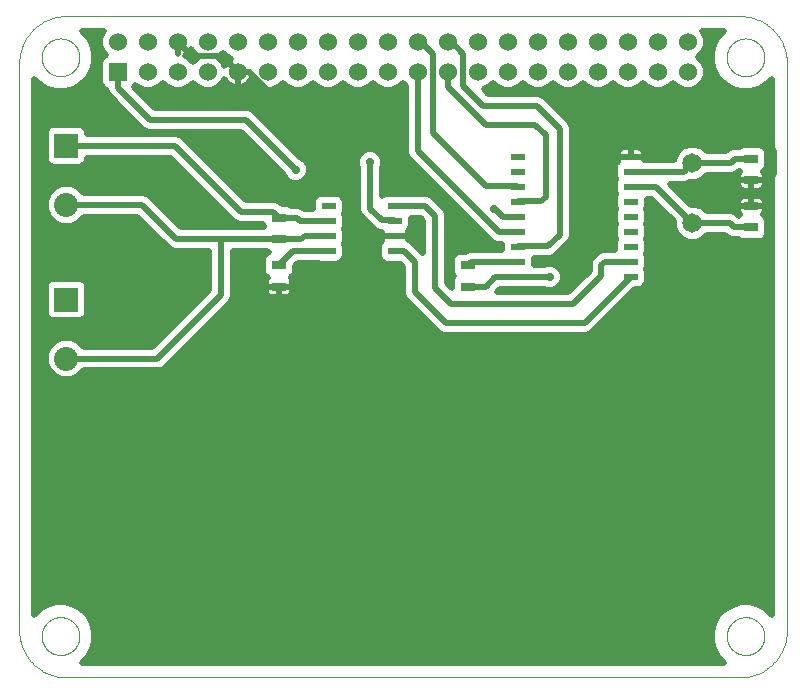
<source format=gtl>
G75*
%MOIN*%
%OFA0B0*%
%FSLAX25Y25*%
%IPPOS*%
%LPD*%
%AMOC8*
5,1,8,0,0,1.08239X$1,22.5*
%
%ADD10C,0.00000*%
%ADD11R,0.04724X0.03150*%
%ADD12R,0.08000X0.08000*%
%ADD13C,0.08000*%
%ADD14R,0.06000X0.06000*%
%ADD15C,0.06000*%
%ADD16R,0.04724X0.02362*%
%ADD17C,0.06500*%
%ADD18C,0.02781*%
%ADD19C,0.01969*%
D10*
X0020748Y0005000D02*
X0245157Y0005000D01*
X0240827Y0018780D02*
X0240829Y0018938D01*
X0240835Y0019096D01*
X0240845Y0019254D01*
X0240859Y0019412D01*
X0240877Y0019569D01*
X0240898Y0019726D01*
X0240924Y0019882D01*
X0240954Y0020038D01*
X0240987Y0020193D01*
X0241025Y0020346D01*
X0241066Y0020499D01*
X0241111Y0020651D01*
X0241160Y0020802D01*
X0241213Y0020951D01*
X0241269Y0021099D01*
X0241329Y0021245D01*
X0241393Y0021390D01*
X0241461Y0021533D01*
X0241532Y0021675D01*
X0241606Y0021815D01*
X0241684Y0021952D01*
X0241766Y0022088D01*
X0241850Y0022222D01*
X0241939Y0022353D01*
X0242030Y0022482D01*
X0242125Y0022609D01*
X0242222Y0022734D01*
X0242323Y0022856D01*
X0242427Y0022975D01*
X0242534Y0023092D01*
X0242644Y0023206D01*
X0242757Y0023317D01*
X0242872Y0023426D01*
X0242990Y0023531D01*
X0243111Y0023633D01*
X0243234Y0023733D01*
X0243360Y0023829D01*
X0243488Y0023922D01*
X0243618Y0024012D01*
X0243751Y0024098D01*
X0243886Y0024182D01*
X0244022Y0024261D01*
X0244161Y0024338D01*
X0244302Y0024410D01*
X0244444Y0024480D01*
X0244588Y0024545D01*
X0244734Y0024607D01*
X0244881Y0024665D01*
X0245030Y0024720D01*
X0245180Y0024771D01*
X0245331Y0024818D01*
X0245483Y0024861D01*
X0245636Y0024900D01*
X0245791Y0024936D01*
X0245946Y0024967D01*
X0246102Y0024995D01*
X0246258Y0025019D01*
X0246415Y0025039D01*
X0246573Y0025055D01*
X0246730Y0025067D01*
X0246889Y0025075D01*
X0247047Y0025079D01*
X0247205Y0025079D01*
X0247363Y0025075D01*
X0247522Y0025067D01*
X0247679Y0025055D01*
X0247837Y0025039D01*
X0247994Y0025019D01*
X0248150Y0024995D01*
X0248306Y0024967D01*
X0248461Y0024936D01*
X0248616Y0024900D01*
X0248769Y0024861D01*
X0248921Y0024818D01*
X0249072Y0024771D01*
X0249222Y0024720D01*
X0249371Y0024665D01*
X0249518Y0024607D01*
X0249664Y0024545D01*
X0249808Y0024480D01*
X0249950Y0024410D01*
X0250091Y0024338D01*
X0250230Y0024261D01*
X0250366Y0024182D01*
X0250501Y0024098D01*
X0250634Y0024012D01*
X0250764Y0023922D01*
X0250892Y0023829D01*
X0251018Y0023733D01*
X0251141Y0023633D01*
X0251262Y0023531D01*
X0251380Y0023426D01*
X0251495Y0023317D01*
X0251608Y0023206D01*
X0251718Y0023092D01*
X0251825Y0022975D01*
X0251929Y0022856D01*
X0252030Y0022734D01*
X0252127Y0022609D01*
X0252222Y0022482D01*
X0252313Y0022353D01*
X0252402Y0022222D01*
X0252486Y0022088D01*
X0252568Y0021952D01*
X0252646Y0021815D01*
X0252720Y0021675D01*
X0252791Y0021533D01*
X0252859Y0021390D01*
X0252923Y0021245D01*
X0252983Y0021099D01*
X0253039Y0020951D01*
X0253092Y0020802D01*
X0253141Y0020651D01*
X0253186Y0020499D01*
X0253227Y0020346D01*
X0253265Y0020193D01*
X0253298Y0020038D01*
X0253328Y0019882D01*
X0253354Y0019726D01*
X0253375Y0019569D01*
X0253393Y0019412D01*
X0253407Y0019254D01*
X0253417Y0019096D01*
X0253423Y0018938D01*
X0253425Y0018780D01*
X0253423Y0018622D01*
X0253417Y0018464D01*
X0253407Y0018306D01*
X0253393Y0018148D01*
X0253375Y0017991D01*
X0253354Y0017834D01*
X0253328Y0017678D01*
X0253298Y0017522D01*
X0253265Y0017367D01*
X0253227Y0017214D01*
X0253186Y0017061D01*
X0253141Y0016909D01*
X0253092Y0016758D01*
X0253039Y0016609D01*
X0252983Y0016461D01*
X0252923Y0016315D01*
X0252859Y0016170D01*
X0252791Y0016027D01*
X0252720Y0015885D01*
X0252646Y0015745D01*
X0252568Y0015608D01*
X0252486Y0015472D01*
X0252402Y0015338D01*
X0252313Y0015207D01*
X0252222Y0015078D01*
X0252127Y0014951D01*
X0252030Y0014826D01*
X0251929Y0014704D01*
X0251825Y0014585D01*
X0251718Y0014468D01*
X0251608Y0014354D01*
X0251495Y0014243D01*
X0251380Y0014134D01*
X0251262Y0014029D01*
X0251141Y0013927D01*
X0251018Y0013827D01*
X0250892Y0013731D01*
X0250764Y0013638D01*
X0250634Y0013548D01*
X0250501Y0013462D01*
X0250366Y0013378D01*
X0250230Y0013299D01*
X0250091Y0013222D01*
X0249950Y0013150D01*
X0249808Y0013080D01*
X0249664Y0013015D01*
X0249518Y0012953D01*
X0249371Y0012895D01*
X0249222Y0012840D01*
X0249072Y0012789D01*
X0248921Y0012742D01*
X0248769Y0012699D01*
X0248616Y0012660D01*
X0248461Y0012624D01*
X0248306Y0012593D01*
X0248150Y0012565D01*
X0247994Y0012541D01*
X0247837Y0012521D01*
X0247679Y0012505D01*
X0247522Y0012493D01*
X0247363Y0012485D01*
X0247205Y0012481D01*
X0247047Y0012481D01*
X0246889Y0012485D01*
X0246730Y0012493D01*
X0246573Y0012505D01*
X0246415Y0012521D01*
X0246258Y0012541D01*
X0246102Y0012565D01*
X0245946Y0012593D01*
X0245791Y0012624D01*
X0245636Y0012660D01*
X0245483Y0012699D01*
X0245331Y0012742D01*
X0245180Y0012789D01*
X0245030Y0012840D01*
X0244881Y0012895D01*
X0244734Y0012953D01*
X0244588Y0013015D01*
X0244444Y0013080D01*
X0244302Y0013150D01*
X0244161Y0013222D01*
X0244022Y0013299D01*
X0243886Y0013378D01*
X0243751Y0013462D01*
X0243618Y0013548D01*
X0243488Y0013638D01*
X0243360Y0013731D01*
X0243234Y0013827D01*
X0243111Y0013927D01*
X0242990Y0014029D01*
X0242872Y0014134D01*
X0242757Y0014243D01*
X0242644Y0014354D01*
X0242534Y0014468D01*
X0242427Y0014585D01*
X0242323Y0014704D01*
X0242222Y0014826D01*
X0242125Y0014951D01*
X0242030Y0015078D01*
X0241939Y0015207D01*
X0241850Y0015338D01*
X0241766Y0015472D01*
X0241684Y0015608D01*
X0241606Y0015745D01*
X0241532Y0015885D01*
X0241461Y0016027D01*
X0241393Y0016170D01*
X0241329Y0016315D01*
X0241269Y0016461D01*
X0241213Y0016609D01*
X0241160Y0016758D01*
X0241111Y0016909D01*
X0241066Y0017061D01*
X0241025Y0017214D01*
X0240987Y0017367D01*
X0240954Y0017522D01*
X0240924Y0017678D01*
X0240898Y0017834D01*
X0240877Y0017991D01*
X0240859Y0018148D01*
X0240845Y0018306D01*
X0240835Y0018464D01*
X0240829Y0018622D01*
X0240827Y0018780D01*
X0245157Y0005000D02*
X0245538Y0005005D01*
X0245918Y0005018D01*
X0246298Y0005041D01*
X0246677Y0005074D01*
X0247055Y0005115D01*
X0247432Y0005165D01*
X0247808Y0005225D01*
X0248183Y0005293D01*
X0248555Y0005371D01*
X0248926Y0005458D01*
X0249294Y0005553D01*
X0249660Y0005658D01*
X0250023Y0005771D01*
X0250384Y0005893D01*
X0250741Y0006023D01*
X0251095Y0006163D01*
X0251446Y0006310D01*
X0251793Y0006467D01*
X0252136Y0006631D01*
X0252475Y0006804D01*
X0252810Y0006985D01*
X0253141Y0007174D01*
X0253466Y0007371D01*
X0253787Y0007575D01*
X0254103Y0007788D01*
X0254413Y0008008D01*
X0254719Y0008235D01*
X0255018Y0008470D01*
X0255312Y0008712D01*
X0255600Y0008960D01*
X0255882Y0009216D01*
X0256157Y0009479D01*
X0256426Y0009748D01*
X0256689Y0010023D01*
X0256945Y0010305D01*
X0257193Y0010593D01*
X0257435Y0010887D01*
X0257670Y0011186D01*
X0257897Y0011492D01*
X0258117Y0011802D01*
X0258330Y0012118D01*
X0258534Y0012439D01*
X0258731Y0012764D01*
X0258920Y0013095D01*
X0259101Y0013430D01*
X0259274Y0013769D01*
X0259438Y0014112D01*
X0259595Y0014459D01*
X0259742Y0014810D01*
X0259882Y0015164D01*
X0260012Y0015521D01*
X0260134Y0015882D01*
X0260247Y0016245D01*
X0260352Y0016611D01*
X0260447Y0016979D01*
X0260534Y0017350D01*
X0260612Y0017722D01*
X0260680Y0018097D01*
X0260740Y0018473D01*
X0260790Y0018850D01*
X0260831Y0019228D01*
X0260864Y0019607D01*
X0260887Y0019987D01*
X0260900Y0020367D01*
X0260905Y0020748D01*
X0260906Y0020748D02*
X0260906Y0209724D01*
X0240827Y0211693D02*
X0240829Y0211851D01*
X0240835Y0212009D01*
X0240845Y0212167D01*
X0240859Y0212325D01*
X0240877Y0212482D01*
X0240898Y0212639D01*
X0240924Y0212795D01*
X0240954Y0212951D01*
X0240987Y0213106D01*
X0241025Y0213259D01*
X0241066Y0213412D01*
X0241111Y0213564D01*
X0241160Y0213715D01*
X0241213Y0213864D01*
X0241269Y0214012D01*
X0241329Y0214158D01*
X0241393Y0214303D01*
X0241461Y0214446D01*
X0241532Y0214588D01*
X0241606Y0214728D01*
X0241684Y0214865D01*
X0241766Y0215001D01*
X0241850Y0215135D01*
X0241939Y0215266D01*
X0242030Y0215395D01*
X0242125Y0215522D01*
X0242222Y0215647D01*
X0242323Y0215769D01*
X0242427Y0215888D01*
X0242534Y0216005D01*
X0242644Y0216119D01*
X0242757Y0216230D01*
X0242872Y0216339D01*
X0242990Y0216444D01*
X0243111Y0216546D01*
X0243234Y0216646D01*
X0243360Y0216742D01*
X0243488Y0216835D01*
X0243618Y0216925D01*
X0243751Y0217011D01*
X0243886Y0217095D01*
X0244022Y0217174D01*
X0244161Y0217251D01*
X0244302Y0217323D01*
X0244444Y0217393D01*
X0244588Y0217458D01*
X0244734Y0217520D01*
X0244881Y0217578D01*
X0245030Y0217633D01*
X0245180Y0217684D01*
X0245331Y0217731D01*
X0245483Y0217774D01*
X0245636Y0217813D01*
X0245791Y0217849D01*
X0245946Y0217880D01*
X0246102Y0217908D01*
X0246258Y0217932D01*
X0246415Y0217952D01*
X0246573Y0217968D01*
X0246730Y0217980D01*
X0246889Y0217988D01*
X0247047Y0217992D01*
X0247205Y0217992D01*
X0247363Y0217988D01*
X0247522Y0217980D01*
X0247679Y0217968D01*
X0247837Y0217952D01*
X0247994Y0217932D01*
X0248150Y0217908D01*
X0248306Y0217880D01*
X0248461Y0217849D01*
X0248616Y0217813D01*
X0248769Y0217774D01*
X0248921Y0217731D01*
X0249072Y0217684D01*
X0249222Y0217633D01*
X0249371Y0217578D01*
X0249518Y0217520D01*
X0249664Y0217458D01*
X0249808Y0217393D01*
X0249950Y0217323D01*
X0250091Y0217251D01*
X0250230Y0217174D01*
X0250366Y0217095D01*
X0250501Y0217011D01*
X0250634Y0216925D01*
X0250764Y0216835D01*
X0250892Y0216742D01*
X0251018Y0216646D01*
X0251141Y0216546D01*
X0251262Y0216444D01*
X0251380Y0216339D01*
X0251495Y0216230D01*
X0251608Y0216119D01*
X0251718Y0216005D01*
X0251825Y0215888D01*
X0251929Y0215769D01*
X0252030Y0215647D01*
X0252127Y0215522D01*
X0252222Y0215395D01*
X0252313Y0215266D01*
X0252402Y0215135D01*
X0252486Y0215001D01*
X0252568Y0214865D01*
X0252646Y0214728D01*
X0252720Y0214588D01*
X0252791Y0214446D01*
X0252859Y0214303D01*
X0252923Y0214158D01*
X0252983Y0214012D01*
X0253039Y0213864D01*
X0253092Y0213715D01*
X0253141Y0213564D01*
X0253186Y0213412D01*
X0253227Y0213259D01*
X0253265Y0213106D01*
X0253298Y0212951D01*
X0253328Y0212795D01*
X0253354Y0212639D01*
X0253375Y0212482D01*
X0253393Y0212325D01*
X0253407Y0212167D01*
X0253417Y0212009D01*
X0253423Y0211851D01*
X0253425Y0211693D01*
X0253423Y0211535D01*
X0253417Y0211377D01*
X0253407Y0211219D01*
X0253393Y0211061D01*
X0253375Y0210904D01*
X0253354Y0210747D01*
X0253328Y0210591D01*
X0253298Y0210435D01*
X0253265Y0210280D01*
X0253227Y0210127D01*
X0253186Y0209974D01*
X0253141Y0209822D01*
X0253092Y0209671D01*
X0253039Y0209522D01*
X0252983Y0209374D01*
X0252923Y0209228D01*
X0252859Y0209083D01*
X0252791Y0208940D01*
X0252720Y0208798D01*
X0252646Y0208658D01*
X0252568Y0208521D01*
X0252486Y0208385D01*
X0252402Y0208251D01*
X0252313Y0208120D01*
X0252222Y0207991D01*
X0252127Y0207864D01*
X0252030Y0207739D01*
X0251929Y0207617D01*
X0251825Y0207498D01*
X0251718Y0207381D01*
X0251608Y0207267D01*
X0251495Y0207156D01*
X0251380Y0207047D01*
X0251262Y0206942D01*
X0251141Y0206840D01*
X0251018Y0206740D01*
X0250892Y0206644D01*
X0250764Y0206551D01*
X0250634Y0206461D01*
X0250501Y0206375D01*
X0250366Y0206291D01*
X0250230Y0206212D01*
X0250091Y0206135D01*
X0249950Y0206063D01*
X0249808Y0205993D01*
X0249664Y0205928D01*
X0249518Y0205866D01*
X0249371Y0205808D01*
X0249222Y0205753D01*
X0249072Y0205702D01*
X0248921Y0205655D01*
X0248769Y0205612D01*
X0248616Y0205573D01*
X0248461Y0205537D01*
X0248306Y0205506D01*
X0248150Y0205478D01*
X0247994Y0205454D01*
X0247837Y0205434D01*
X0247679Y0205418D01*
X0247522Y0205406D01*
X0247363Y0205398D01*
X0247205Y0205394D01*
X0247047Y0205394D01*
X0246889Y0205398D01*
X0246730Y0205406D01*
X0246573Y0205418D01*
X0246415Y0205434D01*
X0246258Y0205454D01*
X0246102Y0205478D01*
X0245946Y0205506D01*
X0245791Y0205537D01*
X0245636Y0205573D01*
X0245483Y0205612D01*
X0245331Y0205655D01*
X0245180Y0205702D01*
X0245030Y0205753D01*
X0244881Y0205808D01*
X0244734Y0205866D01*
X0244588Y0205928D01*
X0244444Y0205993D01*
X0244302Y0206063D01*
X0244161Y0206135D01*
X0244022Y0206212D01*
X0243886Y0206291D01*
X0243751Y0206375D01*
X0243618Y0206461D01*
X0243488Y0206551D01*
X0243360Y0206644D01*
X0243234Y0206740D01*
X0243111Y0206840D01*
X0242990Y0206942D01*
X0242872Y0207047D01*
X0242757Y0207156D01*
X0242644Y0207267D01*
X0242534Y0207381D01*
X0242427Y0207498D01*
X0242323Y0207617D01*
X0242222Y0207739D01*
X0242125Y0207864D01*
X0242030Y0207991D01*
X0241939Y0208120D01*
X0241850Y0208251D01*
X0241766Y0208385D01*
X0241684Y0208521D01*
X0241606Y0208658D01*
X0241532Y0208798D01*
X0241461Y0208940D01*
X0241393Y0209083D01*
X0241329Y0209228D01*
X0241269Y0209374D01*
X0241213Y0209522D01*
X0241160Y0209671D01*
X0241111Y0209822D01*
X0241066Y0209974D01*
X0241025Y0210127D01*
X0240987Y0210280D01*
X0240954Y0210435D01*
X0240924Y0210591D01*
X0240898Y0210747D01*
X0240877Y0210904D01*
X0240859Y0211061D01*
X0240845Y0211219D01*
X0240835Y0211377D01*
X0240829Y0211535D01*
X0240827Y0211693D01*
X0245157Y0225472D02*
X0245538Y0225467D01*
X0245918Y0225454D01*
X0246298Y0225431D01*
X0246677Y0225398D01*
X0247055Y0225357D01*
X0247432Y0225307D01*
X0247808Y0225247D01*
X0248183Y0225179D01*
X0248555Y0225101D01*
X0248926Y0225014D01*
X0249294Y0224919D01*
X0249660Y0224814D01*
X0250023Y0224701D01*
X0250384Y0224579D01*
X0250741Y0224449D01*
X0251095Y0224309D01*
X0251446Y0224162D01*
X0251793Y0224005D01*
X0252136Y0223841D01*
X0252475Y0223668D01*
X0252810Y0223487D01*
X0253141Y0223298D01*
X0253466Y0223101D01*
X0253787Y0222897D01*
X0254103Y0222684D01*
X0254413Y0222464D01*
X0254719Y0222237D01*
X0255018Y0222002D01*
X0255312Y0221760D01*
X0255600Y0221512D01*
X0255882Y0221256D01*
X0256157Y0220993D01*
X0256426Y0220724D01*
X0256689Y0220449D01*
X0256945Y0220167D01*
X0257193Y0219879D01*
X0257435Y0219585D01*
X0257670Y0219286D01*
X0257897Y0218980D01*
X0258117Y0218670D01*
X0258330Y0218354D01*
X0258534Y0218033D01*
X0258731Y0217708D01*
X0258920Y0217377D01*
X0259101Y0217042D01*
X0259274Y0216703D01*
X0259438Y0216360D01*
X0259595Y0216013D01*
X0259742Y0215662D01*
X0259882Y0215308D01*
X0260012Y0214951D01*
X0260134Y0214590D01*
X0260247Y0214227D01*
X0260352Y0213861D01*
X0260447Y0213493D01*
X0260534Y0213122D01*
X0260612Y0212750D01*
X0260680Y0212375D01*
X0260740Y0211999D01*
X0260790Y0211622D01*
X0260831Y0211244D01*
X0260864Y0210865D01*
X0260887Y0210485D01*
X0260900Y0210105D01*
X0260905Y0209724D01*
X0245157Y0225472D02*
X0020748Y0225472D01*
X0012481Y0211693D02*
X0012483Y0211851D01*
X0012489Y0212009D01*
X0012499Y0212167D01*
X0012513Y0212325D01*
X0012531Y0212482D01*
X0012552Y0212639D01*
X0012578Y0212795D01*
X0012608Y0212951D01*
X0012641Y0213106D01*
X0012679Y0213259D01*
X0012720Y0213412D01*
X0012765Y0213564D01*
X0012814Y0213715D01*
X0012867Y0213864D01*
X0012923Y0214012D01*
X0012983Y0214158D01*
X0013047Y0214303D01*
X0013115Y0214446D01*
X0013186Y0214588D01*
X0013260Y0214728D01*
X0013338Y0214865D01*
X0013420Y0215001D01*
X0013504Y0215135D01*
X0013593Y0215266D01*
X0013684Y0215395D01*
X0013779Y0215522D01*
X0013876Y0215647D01*
X0013977Y0215769D01*
X0014081Y0215888D01*
X0014188Y0216005D01*
X0014298Y0216119D01*
X0014411Y0216230D01*
X0014526Y0216339D01*
X0014644Y0216444D01*
X0014765Y0216546D01*
X0014888Y0216646D01*
X0015014Y0216742D01*
X0015142Y0216835D01*
X0015272Y0216925D01*
X0015405Y0217011D01*
X0015540Y0217095D01*
X0015676Y0217174D01*
X0015815Y0217251D01*
X0015956Y0217323D01*
X0016098Y0217393D01*
X0016242Y0217458D01*
X0016388Y0217520D01*
X0016535Y0217578D01*
X0016684Y0217633D01*
X0016834Y0217684D01*
X0016985Y0217731D01*
X0017137Y0217774D01*
X0017290Y0217813D01*
X0017445Y0217849D01*
X0017600Y0217880D01*
X0017756Y0217908D01*
X0017912Y0217932D01*
X0018069Y0217952D01*
X0018227Y0217968D01*
X0018384Y0217980D01*
X0018543Y0217988D01*
X0018701Y0217992D01*
X0018859Y0217992D01*
X0019017Y0217988D01*
X0019176Y0217980D01*
X0019333Y0217968D01*
X0019491Y0217952D01*
X0019648Y0217932D01*
X0019804Y0217908D01*
X0019960Y0217880D01*
X0020115Y0217849D01*
X0020270Y0217813D01*
X0020423Y0217774D01*
X0020575Y0217731D01*
X0020726Y0217684D01*
X0020876Y0217633D01*
X0021025Y0217578D01*
X0021172Y0217520D01*
X0021318Y0217458D01*
X0021462Y0217393D01*
X0021604Y0217323D01*
X0021745Y0217251D01*
X0021884Y0217174D01*
X0022020Y0217095D01*
X0022155Y0217011D01*
X0022288Y0216925D01*
X0022418Y0216835D01*
X0022546Y0216742D01*
X0022672Y0216646D01*
X0022795Y0216546D01*
X0022916Y0216444D01*
X0023034Y0216339D01*
X0023149Y0216230D01*
X0023262Y0216119D01*
X0023372Y0216005D01*
X0023479Y0215888D01*
X0023583Y0215769D01*
X0023684Y0215647D01*
X0023781Y0215522D01*
X0023876Y0215395D01*
X0023967Y0215266D01*
X0024056Y0215135D01*
X0024140Y0215001D01*
X0024222Y0214865D01*
X0024300Y0214728D01*
X0024374Y0214588D01*
X0024445Y0214446D01*
X0024513Y0214303D01*
X0024577Y0214158D01*
X0024637Y0214012D01*
X0024693Y0213864D01*
X0024746Y0213715D01*
X0024795Y0213564D01*
X0024840Y0213412D01*
X0024881Y0213259D01*
X0024919Y0213106D01*
X0024952Y0212951D01*
X0024982Y0212795D01*
X0025008Y0212639D01*
X0025029Y0212482D01*
X0025047Y0212325D01*
X0025061Y0212167D01*
X0025071Y0212009D01*
X0025077Y0211851D01*
X0025079Y0211693D01*
X0025077Y0211535D01*
X0025071Y0211377D01*
X0025061Y0211219D01*
X0025047Y0211061D01*
X0025029Y0210904D01*
X0025008Y0210747D01*
X0024982Y0210591D01*
X0024952Y0210435D01*
X0024919Y0210280D01*
X0024881Y0210127D01*
X0024840Y0209974D01*
X0024795Y0209822D01*
X0024746Y0209671D01*
X0024693Y0209522D01*
X0024637Y0209374D01*
X0024577Y0209228D01*
X0024513Y0209083D01*
X0024445Y0208940D01*
X0024374Y0208798D01*
X0024300Y0208658D01*
X0024222Y0208521D01*
X0024140Y0208385D01*
X0024056Y0208251D01*
X0023967Y0208120D01*
X0023876Y0207991D01*
X0023781Y0207864D01*
X0023684Y0207739D01*
X0023583Y0207617D01*
X0023479Y0207498D01*
X0023372Y0207381D01*
X0023262Y0207267D01*
X0023149Y0207156D01*
X0023034Y0207047D01*
X0022916Y0206942D01*
X0022795Y0206840D01*
X0022672Y0206740D01*
X0022546Y0206644D01*
X0022418Y0206551D01*
X0022288Y0206461D01*
X0022155Y0206375D01*
X0022020Y0206291D01*
X0021884Y0206212D01*
X0021745Y0206135D01*
X0021604Y0206063D01*
X0021462Y0205993D01*
X0021318Y0205928D01*
X0021172Y0205866D01*
X0021025Y0205808D01*
X0020876Y0205753D01*
X0020726Y0205702D01*
X0020575Y0205655D01*
X0020423Y0205612D01*
X0020270Y0205573D01*
X0020115Y0205537D01*
X0019960Y0205506D01*
X0019804Y0205478D01*
X0019648Y0205454D01*
X0019491Y0205434D01*
X0019333Y0205418D01*
X0019176Y0205406D01*
X0019017Y0205398D01*
X0018859Y0205394D01*
X0018701Y0205394D01*
X0018543Y0205398D01*
X0018384Y0205406D01*
X0018227Y0205418D01*
X0018069Y0205434D01*
X0017912Y0205454D01*
X0017756Y0205478D01*
X0017600Y0205506D01*
X0017445Y0205537D01*
X0017290Y0205573D01*
X0017137Y0205612D01*
X0016985Y0205655D01*
X0016834Y0205702D01*
X0016684Y0205753D01*
X0016535Y0205808D01*
X0016388Y0205866D01*
X0016242Y0205928D01*
X0016098Y0205993D01*
X0015956Y0206063D01*
X0015815Y0206135D01*
X0015676Y0206212D01*
X0015540Y0206291D01*
X0015405Y0206375D01*
X0015272Y0206461D01*
X0015142Y0206551D01*
X0015014Y0206644D01*
X0014888Y0206740D01*
X0014765Y0206840D01*
X0014644Y0206942D01*
X0014526Y0207047D01*
X0014411Y0207156D01*
X0014298Y0207267D01*
X0014188Y0207381D01*
X0014081Y0207498D01*
X0013977Y0207617D01*
X0013876Y0207739D01*
X0013779Y0207864D01*
X0013684Y0207991D01*
X0013593Y0208120D01*
X0013504Y0208251D01*
X0013420Y0208385D01*
X0013338Y0208521D01*
X0013260Y0208658D01*
X0013186Y0208798D01*
X0013115Y0208940D01*
X0013047Y0209083D01*
X0012983Y0209228D01*
X0012923Y0209374D01*
X0012867Y0209522D01*
X0012814Y0209671D01*
X0012765Y0209822D01*
X0012720Y0209974D01*
X0012679Y0210127D01*
X0012641Y0210280D01*
X0012608Y0210435D01*
X0012578Y0210591D01*
X0012552Y0210747D01*
X0012531Y0210904D01*
X0012513Y0211061D01*
X0012499Y0211219D01*
X0012489Y0211377D01*
X0012483Y0211535D01*
X0012481Y0211693D01*
X0005000Y0209724D02*
X0005000Y0020748D01*
X0012481Y0018780D02*
X0012483Y0018938D01*
X0012489Y0019096D01*
X0012499Y0019254D01*
X0012513Y0019412D01*
X0012531Y0019569D01*
X0012552Y0019726D01*
X0012578Y0019882D01*
X0012608Y0020038D01*
X0012641Y0020193D01*
X0012679Y0020346D01*
X0012720Y0020499D01*
X0012765Y0020651D01*
X0012814Y0020802D01*
X0012867Y0020951D01*
X0012923Y0021099D01*
X0012983Y0021245D01*
X0013047Y0021390D01*
X0013115Y0021533D01*
X0013186Y0021675D01*
X0013260Y0021815D01*
X0013338Y0021952D01*
X0013420Y0022088D01*
X0013504Y0022222D01*
X0013593Y0022353D01*
X0013684Y0022482D01*
X0013779Y0022609D01*
X0013876Y0022734D01*
X0013977Y0022856D01*
X0014081Y0022975D01*
X0014188Y0023092D01*
X0014298Y0023206D01*
X0014411Y0023317D01*
X0014526Y0023426D01*
X0014644Y0023531D01*
X0014765Y0023633D01*
X0014888Y0023733D01*
X0015014Y0023829D01*
X0015142Y0023922D01*
X0015272Y0024012D01*
X0015405Y0024098D01*
X0015540Y0024182D01*
X0015676Y0024261D01*
X0015815Y0024338D01*
X0015956Y0024410D01*
X0016098Y0024480D01*
X0016242Y0024545D01*
X0016388Y0024607D01*
X0016535Y0024665D01*
X0016684Y0024720D01*
X0016834Y0024771D01*
X0016985Y0024818D01*
X0017137Y0024861D01*
X0017290Y0024900D01*
X0017445Y0024936D01*
X0017600Y0024967D01*
X0017756Y0024995D01*
X0017912Y0025019D01*
X0018069Y0025039D01*
X0018227Y0025055D01*
X0018384Y0025067D01*
X0018543Y0025075D01*
X0018701Y0025079D01*
X0018859Y0025079D01*
X0019017Y0025075D01*
X0019176Y0025067D01*
X0019333Y0025055D01*
X0019491Y0025039D01*
X0019648Y0025019D01*
X0019804Y0024995D01*
X0019960Y0024967D01*
X0020115Y0024936D01*
X0020270Y0024900D01*
X0020423Y0024861D01*
X0020575Y0024818D01*
X0020726Y0024771D01*
X0020876Y0024720D01*
X0021025Y0024665D01*
X0021172Y0024607D01*
X0021318Y0024545D01*
X0021462Y0024480D01*
X0021604Y0024410D01*
X0021745Y0024338D01*
X0021884Y0024261D01*
X0022020Y0024182D01*
X0022155Y0024098D01*
X0022288Y0024012D01*
X0022418Y0023922D01*
X0022546Y0023829D01*
X0022672Y0023733D01*
X0022795Y0023633D01*
X0022916Y0023531D01*
X0023034Y0023426D01*
X0023149Y0023317D01*
X0023262Y0023206D01*
X0023372Y0023092D01*
X0023479Y0022975D01*
X0023583Y0022856D01*
X0023684Y0022734D01*
X0023781Y0022609D01*
X0023876Y0022482D01*
X0023967Y0022353D01*
X0024056Y0022222D01*
X0024140Y0022088D01*
X0024222Y0021952D01*
X0024300Y0021815D01*
X0024374Y0021675D01*
X0024445Y0021533D01*
X0024513Y0021390D01*
X0024577Y0021245D01*
X0024637Y0021099D01*
X0024693Y0020951D01*
X0024746Y0020802D01*
X0024795Y0020651D01*
X0024840Y0020499D01*
X0024881Y0020346D01*
X0024919Y0020193D01*
X0024952Y0020038D01*
X0024982Y0019882D01*
X0025008Y0019726D01*
X0025029Y0019569D01*
X0025047Y0019412D01*
X0025061Y0019254D01*
X0025071Y0019096D01*
X0025077Y0018938D01*
X0025079Y0018780D01*
X0025077Y0018622D01*
X0025071Y0018464D01*
X0025061Y0018306D01*
X0025047Y0018148D01*
X0025029Y0017991D01*
X0025008Y0017834D01*
X0024982Y0017678D01*
X0024952Y0017522D01*
X0024919Y0017367D01*
X0024881Y0017214D01*
X0024840Y0017061D01*
X0024795Y0016909D01*
X0024746Y0016758D01*
X0024693Y0016609D01*
X0024637Y0016461D01*
X0024577Y0016315D01*
X0024513Y0016170D01*
X0024445Y0016027D01*
X0024374Y0015885D01*
X0024300Y0015745D01*
X0024222Y0015608D01*
X0024140Y0015472D01*
X0024056Y0015338D01*
X0023967Y0015207D01*
X0023876Y0015078D01*
X0023781Y0014951D01*
X0023684Y0014826D01*
X0023583Y0014704D01*
X0023479Y0014585D01*
X0023372Y0014468D01*
X0023262Y0014354D01*
X0023149Y0014243D01*
X0023034Y0014134D01*
X0022916Y0014029D01*
X0022795Y0013927D01*
X0022672Y0013827D01*
X0022546Y0013731D01*
X0022418Y0013638D01*
X0022288Y0013548D01*
X0022155Y0013462D01*
X0022020Y0013378D01*
X0021884Y0013299D01*
X0021745Y0013222D01*
X0021604Y0013150D01*
X0021462Y0013080D01*
X0021318Y0013015D01*
X0021172Y0012953D01*
X0021025Y0012895D01*
X0020876Y0012840D01*
X0020726Y0012789D01*
X0020575Y0012742D01*
X0020423Y0012699D01*
X0020270Y0012660D01*
X0020115Y0012624D01*
X0019960Y0012593D01*
X0019804Y0012565D01*
X0019648Y0012541D01*
X0019491Y0012521D01*
X0019333Y0012505D01*
X0019176Y0012493D01*
X0019017Y0012485D01*
X0018859Y0012481D01*
X0018701Y0012481D01*
X0018543Y0012485D01*
X0018384Y0012493D01*
X0018227Y0012505D01*
X0018069Y0012521D01*
X0017912Y0012541D01*
X0017756Y0012565D01*
X0017600Y0012593D01*
X0017445Y0012624D01*
X0017290Y0012660D01*
X0017137Y0012699D01*
X0016985Y0012742D01*
X0016834Y0012789D01*
X0016684Y0012840D01*
X0016535Y0012895D01*
X0016388Y0012953D01*
X0016242Y0013015D01*
X0016098Y0013080D01*
X0015956Y0013150D01*
X0015815Y0013222D01*
X0015676Y0013299D01*
X0015540Y0013378D01*
X0015405Y0013462D01*
X0015272Y0013548D01*
X0015142Y0013638D01*
X0015014Y0013731D01*
X0014888Y0013827D01*
X0014765Y0013927D01*
X0014644Y0014029D01*
X0014526Y0014134D01*
X0014411Y0014243D01*
X0014298Y0014354D01*
X0014188Y0014468D01*
X0014081Y0014585D01*
X0013977Y0014704D01*
X0013876Y0014826D01*
X0013779Y0014951D01*
X0013684Y0015078D01*
X0013593Y0015207D01*
X0013504Y0015338D01*
X0013420Y0015472D01*
X0013338Y0015608D01*
X0013260Y0015745D01*
X0013186Y0015885D01*
X0013115Y0016027D01*
X0013047Y0016170D01*
X0012983Y0016315D01*
X0012923Y0016461D01*
X0012867Y0016609D01*
X0012814Y0016758D01*
X0012765Y0016909D01*
X0012720Y0017061D01*
X0012679Y0017214D01*
X0012641Y0017367D01*
X0012608Y0017522D01*
X0012578Y0017678D01*
X0012552Y0017834D01*
X0012531Y0017991D01*
X0012513Y0018148D01*
X0012499Y0018306D01*
X0012489Y0018464D01*
X0012483Y0018622D01*
X0012481Y0018780D01*
X0005000Y0020748D02*
X0005005Y0020367D01*
X0005018Y0019987D01*
X0005041Y0019607D01*
X0005074Y0019228D01*
X0005115Y0018850D01*
X0005165Y0018473D01*
X0005225Y0018097D01*
X0005293Y0017722D01*
X0005371Y0017350D01*
X0005458Y0016979D01*
X0005553Y0016611D01*
X0005658Y0016245D01*
X0005771Y0015882D01*
X0005893Y0015521D01*
X0006023Y0015164D01*
X0006163Y0014810D01*
X0006310Y0014459D01*
X0006467Y0014112D01*
X0006631Y0013769D01*
X0006804Y0013430D01*
X0006985Y0013095D01*
X0007174Y0012764D01*
X0007371Y0012439D01*
X0007575Y0012118D01*
X0007788Y0011802D01*
X0008008Y0011492D01*
X0008235Y0011186D01*
X0008470Y0010887D01*
X0008712Y0010593D01*
X0008960Y0010305D01*
X0009216Y0010023D01*
X0009479Y0009748D01*
X0009748Y0009479D01*
X0010023Y0009216D01*
X0010305Y0008960D01*
X0010593Y0008712D01*
X0010887Y0008470D01*
X0011186Y0008235D01*
X0011492Y0008008D01*
X0011802Y0007788D01*
X0012118Y0007575D01*
X0012439Y0007371D01*
X0012764Y0007174D01*
X0013095Y0006985D01*
X0013430Y0006804D01*
X0013769Y0006631D01*
X0014112Y0006467D01*
X0014459Y0006310D01*
X0014810Y0006163D01*
X0015164Y0006023D01*
X0015521Y0005893D01*
X0015882Y0005771D01*
X0016245Y0005658D01*
X0016611Y0005553D01*
X0016979Y0005458D01*
X0017350Y0005371D01*
X0017722Y0005293D01*
X0018097Y0005225D01*
X0018473Y0005165D01*
X0018850Y0005115D01*
X0019228Y0005074D01*
X0019607Y0005041D01*
X0019987Y0005018D01*
X0020367Y0005005D01*
X0020748Y0005000D01*
X0005000Y0209724D02*
X0005005Y0210105D01*
X0005018Y0210485D01*
X0005041Y0210865D01*
X0005074Y0211244D01*
X0005115Y0211622D01*
X0005165Y0211999D01*
X0005225Y0212375D01*
X0005293Y0212750D01*
X0005371Y0213122D01*
X0005458Y0213493D01*
X0005553Y0213861D01*
X0005658Y0214227D01*
X0005771Y0214590D01*
X0005893Y0214951D01*
X0006023Y0215308D01*
X0006163Y0215662D01*
X0006310Y0216013D01*
X0006467Y0216360D01*
X0006631Y0216703D01*
X0006804Y0217042D01*
X0006985Y0217377D01*
X0007174Y0217708D01*
X0007371Y0218033D01*
X0007575Y0218354D01*
X0007788Y0218670D01*
X0008008Y0218980D01*
X0008235Y0219286D01*
X0008470Y0219585D01*
X0008712Y0219879D01*
X0008960Y0220167D01*
X0009216Y0220449D01*
X0009479Y0220724D01*
X0009748Y0220993D01*
X0010023Y0221256D01*
X0010305Y0221512D01*
X0010593Y0221760D01*
X0010887Y0222002D01*
X0011186Y0222237D01*
X0011492Y0222464D01*
X0011802Y0222684D01*
X0012118Y0222897D01*
X0012439Y0223101D01*
X0012764Y0223298D01*
X0013095Y0223487D01*
X0013430Y0223668D01*
X0013769Y0223841D01*
X0014112Y0224005D01*
X0014459Y0224162D01*
X0014810Y0224309D01*
X0015164Y0224449D01*
X0015521Y0224579D01*
X0015882Y0224701D01*
X0016245Y0224814D01*
X0016611Y0224919D01*
X0016979Y0225014D01*
X0017350Y0225101D01*
X0017722Y0225179D01*
X0018097Y0225247D01*
X0018473Y0225307D01*
X0018850Y0225357D01*
X0019228Y0225398D01*
X0019607Y0225431D01*
X0019987Y0225454D01*
X0020367Y0225467D01*
X0020748Y0225472D01*
D11*
X0091614Y0158150D03*
X0091614Y0151063D03*
X0091614Y0142402D03*
X0091614Y0135315D03*
X0154606Y0135315D03*
X0154606Y0142402D03*
X0249094Y0155000D03*
X0249094Y0162087D03*
X0249094Y0170748D03*
X0249094Y0177835D03*
D12*
X0020748Y0182165D03*
X0020748Y0130984D03*
D13*
X0020748Y0111299D03*
X0020748Y0162480D03*
D14*
X0037953Y0206693D03*
D15*
X0047900Y0206700D03*
X0057900Y0206700D03*
X0067900Y0206700D03*
X0077900Y0206700D03*
X0087900Y0206700D03*
X0097900Y0206700D03*
X0107900Y0206700D03*
X0117900Y0206700D03*
X0127900Y0206700D03*
X0137900Y0206700D03*
X0147900Y0206700D03*
X0157900Y0206700D03*
X0167900Y0206700D03*
X0177900Y0206700D03*
X0187900Y0206700D03*
X0197900Y0206700D03*
X0207900Y0206700D03*
X0217900Y0206700D03*
X0227900Y0206700D03*
X0227900Y0216700D03*
X0217900Y0216700D03*
X0207900Y0216700D03*
X0197900Y0216700D03*
X0187900Y0216700D03*
X0177900Y0216700D03*
X0167900Y0216700D03*
X0157900Y0216700D03*
X0147900Y0216700D03*
X0137900Y0216700D03*
X0127900Y0216700D03*
X0117900Y0216700D03*
X0107900Y0216700D03*
X0097900Y0216700D03*
X0087900Y0216700D03*
X0077900Y0216700D03*
X0067900Y0216700D03*
X0057900Y0216700D03*
X0047900Y0216700D03*
X0037900Y0216700D03*
D16*
X0108150Y0162106D03*
X0108150Y0157106D03*
X0108150Y0152106D03*
X0108150Y0147106D03*
X0130197Y0147106D03*
X0130197Y0152106D03*
X0130197Y0157106D03*
X0130197Y0162106D03*
X0171189Y0163543D03*
X0171189Y0158543D03*
X0171189Y0153543D03*
X0171189Y0148543D03*
X0171189Y0143543D03*
X0171189Y0138543D03*
X0171189Y0168543D03*
X0171189Y0173543D03*
X0171189Y0178543D03*
X0208889Y0178543D03*
X0208889Y0173543D03*
X0208889Y0168543D03*
X0208889Y0163543D03*
X0208889Y0158543D03*
X0208889Y0153543D03*
X0208889Y0148543D03*
X0208889Y0143543D03*
X0208889Y0138543D03*
D17*
X0229409Y0156417D03*
X0229409Y0176417D03*
D18*
X0233346Y0166417D03*
X0241220Y0166417D03*
X0237283Y0190039D03*
X0237283Y0197913D03*
X0249094Y0197913D03*
X0249094Y0190039D03*
X0225472Y0190039D03*
X0225472Y0197913D03*
X0213661Y0197913D03*
X0213661Y0190039D03*
X0201850Y0190039D03*
X0201850Y0182165D03*
X0193976Y0182165D03*
X0193976Y0174291D03*
X0201850Y0174291D03*
X0194764Y0159331D03*
X0201850Y0158543D03*
X0217598Y0138858D03*
X0233346Y0138858D03*
X0249094Y0138858D03*
X0249094Y0123110D03*
X0233346Y0123110D03*
X0217598Y0123110D03*
X0181772Y0138465D03*
X0163268Y0161299D03*
X0136890Y0154213D03*
X0121929Y0176654D03*
X0130984Y0178228D03*
X0123110Y0186102D03*
X0115236Y0193976D03*
X0099488Y0182165D03*
X0091614Y0190039D03*
X0097126Y0174291D03*
X0087677Y0166417D03*
X0079803Y0174291D03*
X0071929Y0182165D03*
X0056181Y0170354D03*
X0064055Y0162480D03*
X0107362Y0174291D03*
X0103425Y0111299D03*
X0091614Y0111299D03*
X0079803Y0111299D03*
X0079803Y0091614D03*
X0091614Y0091614D03*
X0103425Y0091614D03*
X0119173Y0091614D03*
X0134921Y0091614D03*
X0154606Y0091614D03*
X0154606Y0111299D03*
X0134921Y0111299D03*
X0119173Y0111299D03*
X0174291Y0111299D03*
X0174291Y0091614D03*
X0201850Y0197913D03*
X0028622Y0197913D03*
X0020748Y0197913D03*
D19*
X0020265Y0200409D02*
X0017294Y0200409D01*
X0014424Y0201178D01*
X0011851Y0202664D01*
X0009984Y0204531D01*
X0009984Y0025941D01*
X0011851Y0027809D01*
X0014424Y0029294D01*
X0017294Y0030063D01*
X0020265Y0030063D01*
X0023135Y0029294D01*
X0025708Y0027809D01*
X0027809Y0025708D01*
X0029294Y0023135D01*
X0030063Y0020265D01*
X0030063Y0017294D01*
X0029294Y0014424D01*
X0027809Y0011851D01*
X0025941Y0009984D01*
X0239964Y0009984D01*
X0238097Y0011851D01*
X0236611Y0014424D01*
X0235843Y0017294D01*
X0235843Y0020265D01*
X0236611Y0023135D01*
X0238097Y0025708D01*
X0240198Y0027809D01*
X0242771Y0029294D01*
X0245640Y0030063D01*
X0248611Y0030063D01*
X0251481Y0029294D01*
X0254054Y0027809D01*
X0255921Y0025941D01*
X0255921Y0204531D01*
X0254054Y0202664D01*
X0251481Y0201178D01*
X0248611Y0200409D01*
X0245640Y0200409D01*
X0242771Y0201178D01*
X0240198Y0202664D01*
X0238097Y0204765D01*
X0236611Y0207338D01*
X0235843Y0210207D01*
X0235843Y0213178D01*
X0236611Y0216048D01*
X0238097Y0218621D01*
X0239964Y0220488D01*
X0232530Y0220488D01*
X0232946Y0220072D01*
X0233853Y0217884D01*
X0233853Y0215516D01*
X0232946Y0213328D01*
X0231318Y0211700D01*
X0232946Y0210072D01*
X0233853Y0207884D01*
X0233853Y0205516D01*
X0232946Y0203328D01*
X0231272Y0201653D01*
X0229084Y0200747D01*
X0226716Y0200747D01*
X0224528Y0201653D01*
X0222900Y0203282D01*
X0221272Y0201653D01*
X0219084Y0200747D01*
X0216716Y0200747D01*
X0214528Y0201653D01*
X0212900Y0203282D01*
X0211272Y0201653D01*
X0209084Y0200747D01*
X0206716Y0200747D01*
X0204528Y0201653D01*
X0202900Y0203282D01*
X0201272Y0201653D01*
X0199084Y0200747D01*
X0196716Y0200747D01*
X0194528Y0201653D01*
X0192900Y0203282D01*
X0191272Y0201653D01*
X0189084Y0200747D01*
X0186716Y0200747D01*
X0184528Y0201653D01*
X0182900Y0203282D01*
X0181272Y0201653D01*
X0179084Y0200747D01*
X0176716Y0200747D01*
X0174528Y0201653D01*
X0172900Y0203282D01*
X0171272Y0201653D01*
X0169084Y0200747D01*
X0166716Y0200747D01*
X0164528Y0201653D01*
X0162900Y0203282D01*
X0161272Y0201653D01*
X0159800Y0201044D01*
X0161355Y0199488D01*
X0178224Y0199488D01*
X0179671Y0198889D01*
X0180779Y0197781D01*
X0180779Y0197781D01*
X0187545Y0191015D01*
X0187545Y0191015D01*
X0188653Y0189907D01*
X0189252Y0188460D01*
X0189252Y0151855D01*
X0188653Y0150408D01*
X0184716Y0146471D01*
X0184716Y0146471D01*
X0183608Y0145363D01*
X0182161Y0144764D01*
X0176504Y0144764D01*
X0176504Y0142402D01*
X0179927Y0142402D01*
X0180908Y0142808D01*
X0182636Y0142808D01*
X0184232Y0142147D01*
X0185454Y0140925D01*
X0186115Y0139329D01*
X0186115Y0137601D01*
X0185454Y0136004D01*
X0184232Y0134782D01*
X0182636Y0134121D01*
X0180908Y0134121D01*
X0179927Y0134528D01*
X0174424Y0134528D01*
X0174139Y0134409D01*
X0168240Y0134409D01*
X0167765Y0134606D01*
X0165371Y0134606D01*
X0164111Y0133346D01*
X0188015Y0133346D01*
X0195157Y0140489D01*
X0195157Y0143185D01*
X0195757Y0144632D01*
X0196938Y0145813D01*
X0198045Y0146920D01*
X0199492Y0147520D01*
X0203574Y0147520D01*
X0203574Y0150312D01*
X0203877Y0151043D01*
X0203574Y0151775D01*
X0203574Y0155312D01*
X0203877Y0156043D01*
X0203574Y0156775D01*
X0203574Y0160312D01*
X0203877Y0161043D01*
X0203574Y0161775D01*
X0203574Y0165312D01*
X0203877Y0166043D01*
X0203574Y0166775D01*
X0203574Y0170312D01*
X0203877Y0171043D01*
X0203574Y0171775D01*
X0203574Y0175312D01*
X0204024Y0176397D01*
X0204582Y0176955D01*
X0204543Y0177101D01*
X0204543Y0178543D01*
X0208889Y0178543D01*
X0208889Y0178543D01*
X0204543Y0178543D01*
X0204543Y0179986D01*
X0204678Y0180490D01*
X0204939Y0180943D01*
X0205309Y0181312D01*
X0205761Y0181573D01*
X0206266Y0181709D01*
X0208889Y0181709D01*
X0208889Y0178543D01*
X0208811Y0178622D01*
X0203031Y0178622D01*
X0194764Y0170354D01*
X0194764Y0159331D01*
X0189252Y0158427D02*
X0203574Y0158427D01*
X0203609Y0160394D02*
X0189252Y0160394D01*
X0189252Y0162361D02*
X0203574Y0162361D01*
X0203574Y0164328D02*
X0189252Y0164328D01*
X0189252Y0166295D02*
X0203773Y0166295D01*
X0203574Y0168262D02*
X0189252Y0168262D01*
X0189252Y0170229D02*
X0203574Y0170229D01*
X0203574Y0172196D02*
X0189252Y0172196D01*
X0189252Y0174163D02*
X0203574Y0174163D01*
X0203913Y0176130D02*
X0189252Y0176130D01*
X0189252Y0178097D02*
X0204543Y0178097D01*
X0204564Y0180064D02*
X0189252Y0180064D01*
X0189252Y0182031D02*
X0226754Y0182031D01*
X0225896Y0181676D02*
X0228176Y0182620D01*
X0230643Y0182620D01*
X0232923Y0181676D01*
X0234244Y0180354D01*
X0240535Y0180354D01*
X0241353Y0181172D01*
X0242800Y0181772D01*
X0244919Y0181772D01*
X0245060Y0181913D01*
X0246145Y0182362D01*
X0252044Y0182362D01*
X0253129Y0181913D01*
X0253960Y0181082D01*
X0254409Y0179997D01*
X0254409Y0175672D01*
X0253960Y0174587D01*
X0253129Y0173757D01*
X0252917Y0173669D01*
X0253044Y0173541D01*
X0253306Y0173089D01*
X0253441Y0172584D01*
X0253441Y0170748D01*
X0249095Y0170748D01*
X0253441Y0170748D01*
X0253441Y0168912D01*
X0253306Y0168407D01*
X0253044Y0167955D01*
X0252675Y0167585D01*
X0252223Y0167324D01*
X0251718Y0167189D01*
X0249095Y0167189D01*
X0249095Y0170748D01*
X0249095Y0170748D01*
X0249094Y0170748D01*
X0244748Y0170748D01*
X0244748Y0168912D01*
X0244883Y0168407D01*
X0245144Y0167955D01*
X0245514Y0167585D01*
X0245966Y0167324D01*
X0246471Y0167189D01*
X0249094Y0167189D01*
X0249094Y0170748D01*
X0249094Y0170748D01*
X0244748Y0170748D01*
X0244748Y0172584D01*
X0244883Y0173089D01*
X0245144Y0173541D01*
X0245272Y0173669D01*
X0245069Y0173753D01*
X0244395Y0173080D01*
X0242948Y0172480D01*
X0234244Y0172480D01*
X0232923Y0171159D01*
X0230643Y0170215D01*
X0228774Y0170215D01*
X0228766Y0170206D01*
X0227319Y0169606D01*
X0221788Y0169606D01*
X0228774Y0162620D01*
X0230643Y0162620D01*
X0232923Y0161676D01*
X0234244Y0160354D01*
X0242555Y0160354D01*
X0244002Y0159755D01*
X0244820Y0158937D01*
X0244919Y0158937D01*
X0245060Y0159078D01*
X0245272Y0159166D01*
X0245144Y0159293D01*
X0244883Y0159746D01*
X0244748Y0160251D01*
X0244748Y0162087D01*
X0244748Y0163923D01*
X0244883Y0164427D01*
X0245144Y0164880D01*
X0245514Y0165249D01*
X0245966Y0165510D01*
X0246471Y0165646D01*
X0249094Y0165646D01*
X0249094Y0162087D01*
X0249095Y0162087D01*
X0253441Y0162087D01*
X0253441Y0163923D01*
X0253306Y0164427D01*
X0253044Y0164880D01*
X0252675Y0165249D01*
X0252223Y0165510D01*
X0251718Y0165646D01*
X0249095Y0165646D01*
X0249095Y0162087D01*
X0249095Y0162087D01*
X0253441Y0162087D01*
X0253441Y0160251D01*
X0253306Y0159746D01*
X0253044Y0159293D01*
X0252917Y0159166D01*
X0253129Y0159078D01*
X0253960Y0158247D01*
X0254409Y0157162D01*
X0254409Y0152838D01*
X0253960Y0151753D01*
X0253129Y0150922D01*
X0252044Y0150472D01*
X0246145Y0150472D01*
X0245060Y0150922D01*
X0244919Y0151063D01*
X0242406Y0151063D01*
X0240959Y0151662D01*
X0240141Y0152480D01*
X0234244Y0152480D01*
X0232923Y0151159D01*
X0230643Y0150215D01*
X0228176Y0150215D01*
X0225896Y0151159D01*
X0224151Y0152904D01*
X0223207Y0155184D01*
X0223207Y0157052D01*
X0215653Y0164606D01*
X0214204Y0164606D01*
X0214204Y0161775D01*
X0213901Y0161043D01*
X0214204Y0160312D01*
X0214204Y0156775D01*
X0213901Y0156043D01*
X0214204Y0155312D01*
X0214204Y0151775D01*
X0213901Y0151043D01*
X0214204Y0150312D01*
X0214204Y0146775D01*
X0213901Y0146043D01*
X0214204Y0145312D01*
X0214204Y0141775D01*
X0213901Y0141043D01*
X0214204Y0140312D01*
X0214204Y0136775D01*
X0213755Y0135690D01*
X0212924Y0134859D01*
X0211839Y0134409D01*
X0210323Y0134409D01*
X0195686Y0119773D01*
X0194239Y0119173D01*
X0146343Y0119173D01*
X0144896Y0119773D01*
X0143788Y0120880D01*
X0133552Y0131116D01*
X0132953Y0132563D01*
X0132953Y0141952D01*
X0131932Y0142972D01*
X0127247Y0142972D01*
X0126162Y0143422D01*
X0125331Y0144253D01*
X0124882Y0145338D01*
X0124882Y0148875D01*
X0125331Y0149960D01*
X0125889Y0150518D01*
X0125850Y0150664D01*
X0125850Y0152106D01*
X0130197Y0152106D01*
X0130197Y0152106D01*
X0134543Y0152106D01*
X0134543Y0150880D01*
X0135596Y0150444D01*
X0139120Y0146920D01*
X0139646Y0146395D01*
X0139646Y0157306D01*
X0138783Y0158169D01*
X0135512Y0158169D01*
X0135512Y0155338D01*
X0135062Y0154253D01*
X0134504Y0153695D01*
X0134543Y0153549D01*
X0134543Y0152106D01*
X0130197Y0152106D01*
X0134783Y0152106D01*
X0136890Y0154213D01*
X0135162Y0154493D02*
X0139646Y0154493D01*
X0139646Y0152526D02*
X0134543Y0152526D01*
X0135318Y0150559D02*
X0139646Y0150559D01*
X0139646Y0148592D02*
X0137448Y0148592D01*
X0139415Y0146625D02*
X0139646Y0146625D01*
X0136890Y0143583D02*
X0136890Y0133346D01*
X0147126Y0123110D01*
X0193456Y0123110D01*
X0208889Y0138543D01*
X0212837Y0134823D02*
X0255921Y0134823D01*
X0255921Y0132856D02*
X0208770Y0132856D01*
X0206803Y0130889D02*
X0255921Y0130889D01*
X0255921Y0128922D02*
X0204836Y0128922D01*
X0202869Y0126955D02*
X0255921Y0126955D01*
X0255921Y0124988D02*
X0200902Y0124988D01*
X0198935Y0123021D02*
X0255921Y0123021D01*
X0255921Y0121054D02*
X0196968Y0121054D01*
X0189646Y0129409D02*
X0199094Y0138858D01*
X0199094Y0142402D01*
X0200276Y0143583D01*
X0208850Y0143583D01*
X0208889Y0143543D01*
X0214204Y0142691D02*
X0255921Y0142691D01*
X0255921Y0140724D02*
X0214034Y0140724D01*
X0214204Y0138757D02*
X0255921Y0138757D01*
X0255921Y0136790D02*
X0214204Y0136790D01*
X0214204Y0144658D02*
X0255921Y0144658D01*
X0255921Y0146625D02*
X0214142Y0146625D01*
X0214204Y0148592D02*
X0255921Y0148592D01*
X0255921Y0150559D02*
X0252253Y0150559D01*
X0254280Y0152526D02*
X0255921Y0152526D01*
X0255921Y0154493D02*
X0254409Y0154493D01*
X0254409Y0156460D02*
X0255921Y0156460D01*
X0255921Y0158427D02*
X0253780Y0158427D01*
X0253441Y0160394D02*
X0255921Y0160394D01*
X0255921Y0162361D02*
X0253441Y0162361D01*
X0253332Y0164328D02*
X0255921Y0164328D01*
X0255921Y0166295D02*
X0225099Y0166295D01*
X0223132Y0168262D02*
X0244967Y0168262D01*
X0244748Y0170229D02*
X0230679Y0170229D01*
X0233960Y0172196D02*
X0244748Y0172196D01*
X0249094Y0170748D02*
X0254606Y0170748D01*
X0256575Y0172717D01*
X0256575Y0180591D01*
X0251457Y0185709D01*
X0223504Y0185709D01*
X0216339Y0178543D01*
X0208889Y0178543D01*
X0208889Y0178543D01*
X0208889Y0178543D01*
X0213236Y0178543D01*
X0213236Y0177480D01*
X0223207Y0177480D01*
X0223207Y0177651D01*
X0224151Y0179931D01*
X0225896Y0181676D01*
X0224284Y0180064D02*
X0213215Y0180064D01*
X0213236Y0179986D02*
X0213101Y0180490D01*
X0212839Y0180943D01*
X0212470Y0181312D01*
X0212017Y0181573D01*
X0211513Y0181709D01*
X0208889Y0181709D01*
X0208889Y0178543D01*
X0213236Y0178543D01*
X0213236Y0179986D01*
X0213236Y0178097D02*
X0223392Y0178097D01*
X0226535Y0173543D02*
X0229409Y0176417D01*
X0242165Y0176417D01*
X0243583Y0177835D01*
X0249094Y0177835D01*
X0254409Y0178097D02*
X0255921Y0178097D01*
X0255921Y0176130D02*
X0254409Y0176130D01*
X0253536Y0174163D02*
X0255921Y0174163D01*
X0255921Y0172196D02*
X0253441Y0172196D01*
X0253441Y0170229D02*
X0255921Y0170229D01*
X0255921Y0168262D02*
X0253222Y0168262D01*
X0249095Y0168262D02*
X0249094Y0168262D01*
X0249094Y0170229D02*
X0249095Y0170229D01*
X0249094Y0170748D02*
X0249094Y0162087D01*
X0249094Y0162087D01*
X0244748Y0162087D01*
X0249094Y0162087D01*
X0249094Y0162361D02*
X0249095Y0162361D01*
X0249094Y0164328D02*
X0249095Y0164328D01*
X0244857Y0164328D02*
X0227066Y0164328D01*
X0231268Y0162361D02*
X0244748Y0162361D01*
X0244748Y0160394D02*
X0234205Y0160394D01*
X0229409Y0156417D02*
X0241772Y0156417D01*
X0243189Y0155000D01*
X0249094Y0155000D01*
X0245936Y0150559D02*
X0231475Y0150559D01*
X0227344Y0150559D02*
X0214102Y0150559D01*
X0214204Y0152526D02*
X0224529Y0152526D01*
X0223493Y0154493D02*
X0214204Y0154493D01*
X0214074Y0156460D02*
X0223207Y0156460D01*
X0221832Y0158427D02*
X0214204Y0158427D01*
X0214170Y0160394D02*
X0219865Y0160394D01*
X0217898Y0162361D02*
X0214204Y0162361D01*
X0214204Y0164328D02*
X0215931Y0164328D01*
X0217283Y0168543D02*
X0229409Y0156417D01*
X0217283Y0168543D02*
X0208889Y0168543D01*
X0208889Y0173543D02*
X0226535Y0173543D01*
X0232064Y0182031D02*
X0245346Y0182031D01*
X0252843Y0182031D02*
X0255921Y0182031D01*
X0255921Y0180064D02*
X0254381Y0180064D01*
X0255921Y0183998D02*
X0189252Y0183998D01*
X0189252Y0185965D02*
X0255921Y0185965D01*
X0255921Y0187932D02*
X0189252Y0187932D01*
X0188656Y0189899D02*
X0255921Y0189899D01*
X0255921Y0191866D02*
X0186693Y0191866D01*
X0184726Y0193833D02*
X0255921Y0193833D01*
X0255921Y0195800D02*
X0182759Y0195800D01*
X0180792Y0197767D02*
X0255921Y0197767D01*
X0255921Y0199735D02*
X0161109Y0199735D01*
X0161320Y0201702D02*
X0164480Y0201702D01*
X0171320Y0201702D02*
X0174480Y0201702D01*
X0181320Y0201702D02*
X0184480Y0201702D01*
X0191320Y0201702D02*
X0194480Y0201702D01*
X0201320Y0201702D02*
X0204480Y0201702D01*
X0211320Y0201702D02*
X0214480Y0201702D01*
X0221320Y0201702D02*
X0224480Y0201702D01*
X0231320Y0201702D02*
X0241865Y0201702D01*
X0239193Y0203669D02*
X0233088Y0203669D01*
X0233853Y0205636D02*
X0237594Y0205636D01*
X0236540Y0207603D02*
X0233853Y0207603D01*
X0233155Y0209570D02*
X0236013Y0209570D01*
X0235843Y0211537D02*
X0231482Y0211537D01*
X0233019Y0213504D02*
X0235930Y0213504D01*
X0236457Y0215471D02*
X0233834Y0215471D01*
X0233853Y0217438D02*
X0237414Y0217438D01*
X0238881Y0219405D02*
X0233223Y0219405D01*
X0252387Y0201702D02*
X0255921Y0201702D01*
X0255921Y0203669D02*
X0255059Y0203669D01*
X0208889Y0180064D02*
X0208889Y0180064D01*
X0185315Y0187677D02*
X0185315Y0152638D01*
X0181378Y0148701D01*
X0171347Y0148701D01*
X0171189Y0148543D01*
X0171071Y0153425D02*
X0171189Y0153543D01*
X0171071Y0153425D02*
X0164843Y0153425D01*
X0137900Y0180368D01*
X0137900Y0206700D01*
X0133963Y0202219D02*
X0133963Y0179585D01*
X0134562Y0178138D01*
X0161505Y0151195D01*
X0162612Y0150088D01*
X0164059Y0149488D01*
X0165874Y0149488D01*
X0165874Y0147480D01*
X0154965Y0147480D01*
X0153634Y0146929D01*
X0151657Y0146929D01*
X0150571Y0146480D01*
X0149741Y0145649D01*
X0149291Y0144564D01*
X0149291Y0140239D01*
X0149741Y0139154D01*
X0150037Y0138858D01*
X0149741Y0138562D01*
X0149291Y0137477D01*
X0149291Y0134780D01*
X0147520Y0136552D01*
X0147520Y0159720D01*
X0146920Y0161167D01*
X0145813Y0162275D01*
X0142644Y0165444D01*
X0141197Y0166043D01*
X0133622Y0166043D01*
X0133146Y0166240D01*
X0127247Y0166240D01*
X0126162Y0165791D01*
X0125866Y0165495D01*
X0125866Y0174809D01*
X0126272Y0175790D01*
X0126272Y0177517D01*
X0125611Y0179114D01*
X0124389Y0180336D01*
X0122793Y0180997D01*
X0121065Y0180997D01*
X0119469Y0180336D01*
X0118247Y0179114D01*
X0117586Y0177517D01*
X0117586Y0175790D01*
X0117992Y0174809D01*
X0117992Y0160516D01*
X0118591Y0159069D01*
X0122529Y0155132D01*
X0123636Y0154025D01*
X0125083Y0153425D01*
X0125850Y0153425D01*
X0125850Y0152106D01*
X0130197Y0152106D01*
X0121398Y0152106D01*
X0117598Y0155906D01*
X0117598Y0170748D01*
X0081646Y0206700D01*
X0077900Y0206700D01*
X0072513Y0212087D01*
X0062480Y0212087D01*
X0057900Y0216667D01*
X0057900Y0216700D01*
X0057916Y0216684D02*
X0057916Y0212653D01*
X0057884Y0212653D01*
X0057884Y0216684D01*
X0057916Y0216684D01*
X0057884Y0215471D02*
X0057916Y0215471D01*
X0057884Y0213504D02*
X0057916Y0213504D01*
X0060105Y0212230D02*
X0060512Y0212437D01*
X0061147Y0212898D01*
X0061702Y0213453D01*
X0062163Y0214088D01*
X0062370Y0214495D01*
X0062853Y0213328D01*
X0064482Y0211700D01*
X0062900Y0210118D01*
X0061272Y0211746D01*
X0060105Y0212230D01*
X0061482Y0211537D02*
X0064318Y0211537D01*
X0062781Y0213504D02*
X0061739Y0213504D01*
X0071318Y0211700D02*
X0072946Y0210072D01*
X0073430Y0208905D01*
X0073637Y0209312D01*
X0074098Y0209947D01*
X0074653Y0210502D01*
X0075288Y0210963D01*
X0075695Y0211170D01*
X0074528Y0211653D01*
X0072900Y0213282D01*
X0071318Y0211700D01*
X0071482Y0211537D02*
X0074810Y0211537D01*
X0073824Y0209570D02*
X0073155Y0209570D01*
X0077884Y0206684D02*
X0077916Y0206684D01*
X0081947Y0206684D01*
X0081947Y0206716D01*
X0077916Y0206716D01*
X0077916Y0206684D01*
X0077916Y0201716D01*
X0078292Y0201716D01*
X0079067Y0201838D01*
X0079813Y0202081D01*
X0080512Y0202437D01*
X0081147Y0202898D01*
X0081702Y0203453D01*
X0082163Y0204088D01*
X0082370Y0204495D01*
X0082853Y0203328D01*
X0084528Y0201653D01*
X0086716Y0200747D01*
X0089084Y0200747D01*
X0091272Y0201653D01*
X0092900Y0203282D01*
X0094528Y0201653D01*
X0096716Y0200747D01*
X0099084Y0200747D01*
X0101272Y0201653D01*
X0102900Y0203282D01*
X0104528Y0201653D01*
X0106716Y0200747D01*
X0109084Y0200747D01*
X0111272Y0201653D01*
X0112900Y0203282D01*
X0114528Y0201653D01*
X0116716Y0200747D01*
X0119084Y0200747D01*
X0121272Y0201653D01*
X0122900Y0203282D01*
X0124528Y0201653D01*
X0126716Y0200747D01*
X0129084Y0200747D01*
X0131272Y0201653D01*
X0132900Y0203282D01*
X0133963Y0202219D01*
X0133963Y0201702D02*
X0131320Y0201702D01*
X0133963Y0199735D02*
X0045361Y0199735D01*
X0046716Y0200747D02*
X0044528Y0201653D01*
X0043663Y0202519D01*
X0043456Y0202020D01*
X0043265Y0201830D01*
X0050332Y0194764D01*
X0081374Y0194764D01*
X0082821Y0194164D01*
X0098605Y0178380D01*
X0099586Y0177973D01*
X0100808Y0176752D01*
X0101469Y0175155D01*
X0101469Y0173427D01*
X0100808Y0171831D01*
X0099586Y0170609D01*
X0097990Y0169948D01*
X0096262Y0169948D01*
X0094666Y0170609D01*
X0093444Y0171831D01*
X0093038Y0172812D01*
X0078960Y0186890D01*
X0047918Y0186890D01*
X0046471Y0187489D01*
X0045363Y0188597D01*
X0034615Y0199345D01*
X0034016Y0200792D01*
X0034016Y0200885D01*
X0033280Y0201190D01*
X0032450Y0202020D01*
X0032000Y0203106D01*
X0032000Y0210280D01*
X0032450Y0211366D01*
X0033280Y0212196D01*
X0033779Y0212403D01*
X0032853Y0213328D01*
X0031947Y0215516D01*
X0031947Y0217884D01*
X0032853Y0220072D01*
X0033270Y0220488D01*
X0025941Y0220488D01*
X0027809Y0218621D01*
X0029294Y0216048D01*
X0030063Y0213178D01*
X0030063Y0210207D01*
X0029294Y0207338D01*
X0027809Y0204765D01*
X0025708Y0202664D01*
X0023135Y0201178D01*
X0020265Y0200409D01*
X0024041Y0201702D02*
X0032768Y0201702D01*
X0032000Y0203669D02*
X0026712Y0203669D01*
X0028311Y0205636D02*
X0032000Y0205636D01*
X0032000Y0207603D02*
X0029365Y0207603D01*
X0029892Y0209570D02*
X0032000Y0209570D01*
X0032621Y0211537D02*
X0030063Y0211537D01*
X0029976Y0213504D02*
X0032781Y0213504D01*
X0031966Y0215471D02*
X0029449Y0215471D01*
X0028492Y0217438D02*
X0031947Y0217438D01*
X0032577Y0219405D02*
X0027025Y0219405D01*
X0037953Y0206693D02*
X0037953Y0201575D01*
X0048701Y0190827D01*
X0080591Y0190827D01*
X0097126Y0174291D01*
X0093293Y0172196D02*
X0072505Y0172196D01*
X0070538Y0174163D02*
X0091686Y0174163D01*
X0089719Y0176130D02*
X0068571Y0176130D01*
X0066604Y0178097D02*
X0087752Y0178097D01*
X0085785Y0180064D02*
X0064637Y0180064D01*
X0062670Y0182031D02*
X0083818Y0182031D01*
X0081851Y0183998D02*
X0060703Y0183998D01*
X0059199Y0185503D02*
X0057752Y0186102D01*
X0027701Y0186102D01*
X0027701Y0186753D01*
X0027251Y0187838D01*
X0026421Y0188669D01*
X0025335Y0189118D01*
X0016161Y0189118D01*
X0015075Y0188669D01*
X0014245Y0187838D01*
X0013795Y0186753D01*
X0013795Y0177578D01*
X0014245Y0176493D01*
X0015075Y0175662D01*
X0016161Y0175213D01*
X0025335Y0175213D01*
X0026421Y0175662D01*
X0027251Y0176493D01*
X0027701Y0177578D01*
X0027701Y0178228D01*
X0055338Y0178228D01*
X0075678Y0157888D01*
X0076786Y0156780D01*
X0078233Y0156181D01*
X0086299Y0156181D01*
X0086299Y0155987D01*
X0086708Y0155000D01*
X0058993Y0155000D01*
X0049283Y0164710D01*
X0048175Y0165818D01*
X0046728Y0166417D01*
X0026643Y0166417D01*
X0026642Y0166419D01*
X0024686Y0168375D01*
X0022131Y0169433D01*
X0019365Y0169433D01*
X0016810Y0168375D01*
X0014854Y0166419D01*
X0013795Y0163863D01*
X0013795Y0161097D01*
X0014854Y0158542D01*
X0016810Y0156586D01*
X0019365Y0155528D01*
X0022131Y0155528D01*
X0024686Y0156586D01*
X0026642Y0158542D01*
X0026643Y0158543D01*
X0044314Y0158543D01*
X0055132Y0147725D01*
X0056579Y0147126D01*
X0068386Y0147126D01*
X0068386Y0134190D01*
X0049432Y0115236D01*
X0026643Y0115236D01*
X0026642Y0115238D01*
X0024686Y0117193D01*
X0022131Y0118252D01*
X0019365Y0118252D01*
X0016810Y0117193D01*
X0014854Y0115238D01*
X0013795Y0112682D01*
X0013795Y0109916D01*
X0014854Y0107361D01*
X0016810Y0105405D01*
X0019365Y0104346D01*
X0022131Y0104346D01*
X0024686Y0105405D01*
X0026642Y0107361D01*
X0026643Y0107362D01*
X0051846Y0107362D01*
X0053293Y0107962D01*
X0074553Y0129221D01*
X0075660Y0130329D01*
X0076260Y0131776D01*
X0076260Y0147126D01*
X0087438Y0147126D01*
X0087579Y0146985D01*
X0088189Y0146732D01*
X0087579Y0146480D01*
X0086749Y0145649D01*
X0086299Y0144564D01*
X0086299Y0140239D01*
X0086749Y0139154D01*
X0087579Y0138324D01*
X0087792Y0138236D01*
X0087664Y0138108D01*
X0087403Y0137656D01*
X0087268Y0137151D01*
X0087268Y0135315D01*
X0091614Y0135315D01*
X0091614Y0135315D01*
X0087268Y0135315D01*
X0087268Y0133479D01*
X0087403Y0132974D01*
X0087664Y0132522D01*
X0088034Y0132152D01*
X0088486Y0131891D01*
X0088991Y0131756D01*
X0091614Y0131756D01*
X0091614Y0135315D01*
X0112874Y0135315D01*
X0115630Y0138071D01*
X0115630Y0146339D01*
X0121398Y0152106D01*
X0123167Y0154493D02*
X0113208Y0154493D01*
X0113162Y0154606D02*
X0113465Y0155338D01*
X0113465Y0158875D01*
X0113162Y0159606D01*
X0113465Y0160338D01*
X0113465Y0163875D01*
X0113015Y0164960D01*
X0112184Y0165791D01*
X0111099Y0166240D01*
X0105200Y0166240D01*
X0104115Y0165791D01*
X0103284Y0164960D01*
X0102835Y0163875D01*
X0102835Y0161043D01*
X0100194Y0161043D01*
X0099750Y0161487D01*
X0098303Y0162087D01*
X0095790Y0162087D01*
X0095649Y0162228D01*
X0094564Y0162677D01*
X0092654Y0162677D01*
X0091876Y0163456D01*
X0090429Y0164055D01*
X0080647Y0164055D01*
X0059199Y0185503D01*
X0058082Y0185965D02*
X0079884Y0185965D01*
X0085119Y0191866D02*
X0133963Y0191866D01*
X0133963Y0189899D02*
X0087086Y0189899D01*
X0089053Y0187932D02*
X0133963Y0187932D01*
X0133963Y0185965D02*
X0091020Y0185965D01*
X0092987Y0183998D02*
X0133963Y0183998D01*
X0133963Y0182031D02*
X0094954Y0182031D01*
X0096921Y0180064D02*
X0119198Y0180064D01*
X0117826Y0178097D02*
X0099287Y0178097D01*
X0101065Y0176130D02*
X0117586Y0176130D01*
X0117992Y0174163D02*
X0101469Y0174163D01*
X0100959Y0172196D02*
X0117992Y0172196D01*
X0117992Y0170229D02*
X0098669Y0170229D01*
X0095583Y0170229D02*
X0074472Y0170229D01*
X0076439Y0168262D02*
X0117992Y0168262D01*
X0117992Y0166295D02*
X0078406Y0166295D01*
X0080373Y0164328D02*
X0103023Y0164328D01*
X0102835Y0162361D02*
X0095326Y0162361D01*
X0097520Y0158150D02*
X0091614Y0158150D01*
X0089646Y0160118D01*
X0079016Y0160118D01*
X0056969Y0182165D01*
X0020748Y0182165D01*
X0013795Y0182031D02*
X0009984Y0182031D01*
X0009984Y0180064D02*
X0013795Y0180064D01*
X0013795Y0178097D02*
X0009984Y0178097D01*
X0009984Y0176130D02*
X0014607Y0176130D01*
X0009984Y0174163D02*
X0059403Y0174163D01*
X0061370Y0172196D02*
X0009984Y0172196D01*
X0009984Y0170229D02*
X0063337Y0170229D01*
X0065304Y0168262D02*
X0024799Y0168262D01*
X0020748Y0162480D02*
X0045945Y0162480D01*
X0057362Y0151063D01*
X0072717Y0151063D01*
X0072323Y0150669D01*
X0072323Y0132559D01*
X0051063Y0111299D01*
X0020748Y0111299D01*
X0013795Y0111219D02*
X0009984Y0111219D01*
X0009984Y0113186D02*
X0014004Y0113186D01*
X0014819Y0115153D02*
X0009984Y0115153D01*
X0009984Y0117120D02*
X0016736Y0117120D01*
X0016161Y0124031D02*
X0015075Y0124481D01*
X0014245Y0125312D01*
X0013795Y0126397D01*
X0013795Y0135572D01*
X0014245Y0136657D01*
X0015075Y0137487D01*
X0016161Y0137937D01*
X0025335Y0137937D01*
X0026421Y0137487D01*
X0027251Y0136657D01*
X0027701Y0135572D01*
X0027701Y0126397D01*
X0027251Y0125312D01*
X0026421Y0124481D01*
X0025335Y0124031D01*
X0016161Y0124031D01*
X0014569Y0124988D02*
X0009984Y0124988D01*
X0009984Y0126955D02*
X0013795Y0126955D01*
X0013795Y0128922D02*
X0009984Y0128922D01*
X0009984Y0130889D02*
X0013795Y0130889D01*
X0013795Y0132856D02*
X0009984Y0132856D01*
X0009984Y0134823D02*
X0013795Y0134823D01*
X0014378Y0136790D02*
X0009984Y0136790D01*
X0009984Y0138757D02*
X0068386Y0138757D01*
X0068386Y0136790D02*
X0027118Y0136790D01*
X0027701Y0134823D02*
X0068386Y0134823D01*
X0067052Y0132856D02*
X0027701Y0132856D01*
X0027701Y0130889D02*
X0065085Y0130889D01*
X0063118Y0128922D02*
X0027701Y0128922D01*
X0027701Y0126955D02*
X0061151Y0126955D01*
X0059184Y0124988D02*
X0026928Y0124988D01*
X0024760Y0117120D02*
X0051316Y0117120D01*
X0053283Y0119087D02*
X0009984Y0119087D01*
X0009984Y0121054D02*
X0055250Y0121054D01*
X0057217Y0123021D02*
X0009984Y0123021D01*
X0009984Y0109252D02*
X0014070Y0109252D01*
X0014930Y0107285D02*
X0009984Y0107285D01*
X0009984Y0105318D02*
X0017020Y0105318D01*
X0009984Y0103351D02*
X0255921Y0103351D01*
X0255921Y0105318D02*
X0024476Y0105318D01*
X0026566Y0107285D02*
X0255921Y0107285D01*
X0255921Y0109252D02*
X0054583Y0109252D01*
X0056550Y0111219D02*
X0255921Y0111219D01*
X0255921Y0113186D02*
X0058517Y0113186D01*
X0060484Y0115153D02*
X0255921Y0115153D01*
X0255921Y0117120D02*
X0062451Y0117120D01*
X0064418Y0119087D02*
X0255921Y0119087D01*
X0255921Y0101384D02*
X0009984Y0101384D01*
X0009984Y0099417D02*
X0255921Y0099417D01*
X0255921Y0097450D02*
X0009984Y0097450D01*
X0009984Y0095483D02*
X0255921Y0095483D01*
X0255921Y0093516D02*
X0009984Y0093516D01*
X0009984Y0091549D02*
X0255921Y0091549D01*
X0255921Y0089582D02*
X0009984Y0089582D01*
X0009984Y0087615D02*
X0255921Y0087615D01*
X0255921Y0085648D02*
X0009984Y0085648D01*
X0009984Y0083681D02*
X0255921Y0083681D01*
X0255921Y0081714D02*
X0009984Y0081714D01*
X0009984Y0079747D02*
X0255921Y0079747D01*
X0255921Y0077780D02*
X0009984Y0077780D01*
X0009984Y0075813D02*
X0255921Y0075813D01*
X0255921Y0073846D02*
X0009984Y0073846D01*
X0009984Y0071879D02*
X0255921Y0071879D01*
X0255921Y0069912D02*
X0009984Y0069912D01*
X0009984Y0067944D02*
X0255921Y0067944D01*
X0255921Y0065977D02*
X0009984Y0065977D01*
X0009984Y0064010D02*
X0255921Y0064010D01*
X0255921Y0062043D02*
X0009984Y0062043D01*
X0009984Y0060076D02*
X0255921Y0060076D01*
X0255921Y0058109D02*
X0009984Y0058109D01*
X0009984Y0056142D02*
X0255921Y0056142D01*
X0255921Y0054175D02*
X0009984Y0054175D01*
X0009984Y0052208D02*
X0255921Y0052208D01*
X0255921Y0050241D02*
X0009984Y0050241D01*
X0009984Y0048274D02*
X0255921Y0048274D01*
X0255921Y0046307D02*
X0009984Y0046307D01*
X0009984Y0044340D02*
X0255921Y0044340D01*
X0255921Y0042373D02*
X0009984Y0042373D01*
X0009984Y0040406D02*
X0255921Y0040406D01*
X0255921Y0038439D02*
X0009984Y0038439D01*
X0009984Y0036472D02*
X0255921Y0036472D01*
X0255921Y0034505D02*
X0009984Y0034505D01*
X0009984Y0032538D02*
X0255921Y0032538D01*
X0255921Y0030571D02*
X0009984Y0030571D01*
X0009984Y0028604D02*
X0013229Y0028604D01*
X0010680Y0026637D02*
X0009984Y0026637D01*
X0024330Y0028604D02*
X0241576Y0028604D01*
X0239026Y0026637D02*
X0026879Y0026637D01*
X0028408Y0024670D02*
X0237498Y0024670D01*
X0236496Y0022703D02*
X0029410Y0022703D01*
X0029937Y0020736D02*
X0235969Y0020736D01*
X0235843Y0018769D02*
X0030063Y0018769D01*
X0029931Y0016802D02*
X0235974Y0016802D01*
X0236501Y0014835D02*
X0029404Y0014835D01*
X0028396Y0012868D02*
X0237510Y0012868D01*
X0239047Y0010901D02*
X0026858Y0010901D01*
X0066385Y0121054D02*
X0143615Y0121054D01*
X0141648Y0123021D02*
X0068352Y0123021D01*
X0070319Y0124988D02*
X0139681Y0124988D01*
X0137713Y0126955D02*
X0072286Y0126955D01*
X0074254Y0128922D02*
X0135746Y0128922D01*
X0133779Y0130889D02*
X0075892Y0130889D01*
X0076260Y0132856D02*
X0087471Y0132856D01*
X0087268Y0134823D02*
X0076260Y0134823D01*
X0076260Y0136790D02*
X0087268Y0136790D01*
X0087146Y0138757D02*
X0076260Y0138757D01*
X0076260Y0140724D02*
X0086299Y0140724D01*
X0086299Y0142691D02*
X0076260Y0142691D01*
X0076260Y0144658D02*
X0086338Y0144658D01*
X0087931Y0146625D02*
X0076260Y0146625D01*
X0072717Y0151063D02*
X0091614Y0151063D01*
X0099094Y0151063D01*
X0100138Y0152106D01*
X0108150Y0152106D01*
X0108150Y0147106D02*
X0096319Y0147106D01*
X0091614Y0142402D01*
X0096929Y0142149D02*
X0096929Y0140239D01*
X0096480Y0139154D01*
X0095649Y0138324D01*
X0095437Y0138236D01*
X0095564Y0138108D01*
X0095825Y0137656D01*
X0095961Y0137151D01*
X0095961Y0135315D01*
X0091614Y0135315D01*
X0091614Y0135315D01*
X0091614Y0131756D01*
X0094238Y0131756D01*
X0094742Y0131891D01*
X0095195Y0132152D01*
X0095564Y0132522D01*
X0095825Y0132974D01*
X0095961Y0133479D01*
X0095961Y0135315D01*
X0091614Y0135315D01*
X0091614Y0135315D01*
X0091614Y0134823D02*
X0091614Y0134823D01*
X0091614Y0132856D02*
X0091614Y0132856D01*
X0095757Y0132856D02*
X0132953Y0132856D01*
X0132953Y0134823D02*
X0095961Y0134823D01*
X0095961Y0136790D02*
X0132953Y0136790D01*
X0132953Y0138757D02*
X0096082Y0138757D01*
X0096929Y0140724D02*
X0132953Y0140724D01*
X0132214Y0142691D02*
X0097471Y0142691D01*
X0097950Y0143169D02*
X0104725Y0143169D01*
X0105200Y0142972D01*
X0111099Y0142972D01*
X0112184Y0143422D01*
X0113015Y0144253D01*
X0113465Y0145338D01*
X0113465Y0148875D01*
X0113162Y0149606D01*
X0113465Y0150338D01*
X0113465Y0153875D01*
X0113162Y0154606D01*
X0113465Y0156460D02*
X0121200Y0156460D01*
X0119233Y0158427D02*
X0113465Y0158427D01*
X0113465Y0160394D02*
X0118043Y0160394D01*
X0117992Y0162361D02*
X0113465Y0162361D01*
X0113277Y0164328D02*
X0117992Y0164328D01*
X0121929Y0161299D02*
X0125866Y0157362D01*
X0129941Y0157362D01*
X0130197Y0157106D01*
X0130197Y0162106D02*
X0140413Y0162106D01*
X0143583Y0158937D01*
X0143583Y0134921D01*
X0149094Y0129409D01*
X0189646Y0129409D01*
X0189491Y0134823D02*
X0184272Y0134823D01*
X0185779Y0136790D02*
X0191458Y0136790D01*
X0193425Y0138757D02*
X0186115Y0138757D01*
X0185537Y0140724D02*
X0195157Y0140724D01*
X0195157Y0142691D02*
X0182918Y0142691D01*
X0180626Y0142691D02*
X0176504Y0142691D01*
X0176504Y0144658D02*
X0195783Y0144658D01*
X0197750Y0146625D02*
X0184870Y0146625D01*
X0186837Y0148592D02*
X0203574Y0148592D01*
X0203677Y0150559D02*
X0188715Y0150559D01*
X0189252Y0152526D02*
X0203574Y0152526D01*
X0203574Y0154493D02*
X0189252Y0154493D01*
X0189252Y0156460D02*
X0203705Y0156460D01*
X0181772Y0138465D02*
X0171268Y0138465D01*
X0171189Y0138543D01*
X0163740Y0138543D01*
X0160512Y0135315D01*
X0154606Y0135315D01*
X0149291Y0134823D02*
X0149249Y0134823D01*
X0149291Y0136790D02*
X0147520Y0136790D01*
X0147520Y0138757D02*
X0149936Y0138757D01*
X0149291Y0140724D02*
X0147520Y0140724D01*
X0147520Y0142691D02*
X0149291Y0142691D01*
X0149330Y0144658D02*
X0147520Y0144658D01*
X0147520Y0146625D02*
X0150923Y0146625D01*
X0147520Y0148592D02*
X0165874Y0148592D01*
X0162141Y0150559D02*
X0147520Y0150559D01*
X0147520Y0152526D02*
X0160174Y0152526D01*
X0158207Y0154493D02*
X0147520Y0154493D01*
X0147520Y0156460D02*
X0156240Y0156460D01*
X0154273Y0158427D02*
X0147520Y0158427D01*
X0147240Y0160394D02*
X0152306Y0160394D01*
X0150339Y0162361D02*
X0145726Y0162361D01*
X0143759Y0164328D02*
X0148372Y0164328D01*
X0146405Y0166295D02*
X0125866Y0166295D01*
X0125866Y0168262D02*
X0144438Y0168262D01*
X0142471Y0170229D02*
X0125866Y0170229D01*
X0125866Y0172196D02*
X0140504Y0172196D01*
X0138537Y0174163D02*
X0125866Y0174163D01*
X0126272Y0176130D02*
X0136570Y0176130D01*
X0134603Y0178097D02*
X0126032Y0178097D01*
X0124661Y0180064D02*
X0133963Y0180064D01*
X0142795Y0186496D02*
X0160512Y0168780D01*
X0170953Y0168780D01*
X0171189Y0168543D01*
X0171307Y0163661D02*
X0171189Y0163543D01*
X0171307Y0163661D02*
X0179016Y0163661D01*
X0180591Y0165236D01*
X0180591Y0185709D01*
X0177047Y0189252D01*
X0160512Y0189252D01*
X0147900Y0201864D01*
X0147900Y0206700D01*
X0153031Y0202244D02*
X0159724Y0195551D01*
X0177441Y0195551D01*
X0185315Y0187677D01*
X0163661Y0161299D02*
X0166417Y0158543D01*
X0171189Y0158543D01*
X0163661Y0161299D02*
X0163268Y0161299D01*
X0155748Y0143543D02*
X0154606Y0142402D01*
X0155748Y0143543D02*
X0171189Y0143543D01*
X0139646Y0156460D02*
X0135512Y0156460D01*
X0130197Y0152106D02*
X0130197Y0152106D01*
X0125850Y0152526D02*
X0113465Y0152526D01*
X0113465Y0150559D02*
X0125878Y0150559D01*
X0124882Y0148592D02*
X0113465Y0148592D01*
X0113465Y0146625D02*
X0124882Y0146625D01*
X0125163Y0144658D02*
X0113183Y0144658D01*
X0108150Y0157106D02*
X0098563Y0157106D01*
X0097520Y0158150D01*
X0097950Y0143169D02*
X0096929Y0142149D01*
X0077559Y0156460D02*
X0057533Y0156460D01*
X0055566Y0158427D02*
X0075139Y0158427D01*
X0073172Y0160394D02*
X0053599Y0160394D01*
X0051632Y0162361D02*
X0071205Y0162361D01*
X0069238Y0164328D02*
X0049665Y0164328D01*
X0047023Y0166295D02*
X0067271Y0166295D01*
X0057436Y0176130D02*
X0026889Y0176130D01*
X0027701Y0178097D02*
X0055469Y0178097D01*
X0046027Y0187932D02*
X0027157Y0187932D01*
X0036192Y0197767D02*
X0009984Y0197767D01*
X0009984Y0195800D02*
X0038159Y0195800D01*
X0040126Y0193833D02*
X0009984Y0193833D01*
X0009984Y0191866D02*
X0042093Y0191866D01*
X0044060Y0189899D02*
X0009984Y0189899D01*
X0009984Y0187932D02*
X0014339Y0187932D01*
X0013795Y0185965D02*
X0009984Y0185965D01*
X0009984Y0183998D02*
X0013795Y0183998D01*
X0016697Y0168262D02*
X0009984Y0168262D01*
X0009984Y0166295D02*
X0014803Y0166295D01*
X0013988Y0164328D02*
X0009984Y0164328D01*
X0009984Y0162361D02*
X0013795Y0162361D01*
X0014087Y0160394D02*
X0009984Y0160394D01*
X0009984Y0158427D02*
X0014968Y0158427D01*
X0017113Y0156460D02*
X0009984Y0156460D01*
X0009984Y0154493D02*
X0048364Y0154493D01*
X0046397Y0156460D02*
X0024383Y0156460D01*
X0026528Y0158427D02*
X0044430Y0158427D01*
X0050331Y0152526D02*
X0009984Y0152526D01*
X0009984Y0150559D02*
X0052298Y0150559D01*
X0054265Y0148592D02*
X0009984Y0148592D01*
X0009984Y0146625D02*
X0068386Y0146625D01*
X0068386Y0144658D02*
X0009984Y0144658D01*
X0009984Y0142691D02*
X0068386Y0142691D01*
X0068386Y0140724D02*
X0009984Y0140724D01*
X0049295Y0195800D02*
X0133963Y0195800D01*
X0133963Y0193833D02*
X0083152Y0193833D01*
X0084480Y0201702D02*
X0071320Y0201702D01*
X0071272Y0201653D02*
X0072946Y0203328D01*
X0073430Y0204495D01*
X0073637Y0204088D01*
X0074098Y0203453D01*
X0074653Y0202898D01*
X0075288Y0202437D01*
X0075987Y0202081D01*
X0076733Y0201838D01*
X0077508Y0201716D01*
X0077884Y0201716D01*
X0077884Y0206684D01*
X0077884Y0205636D02*
X0077916Y0205636D01*
X0077884Y0203669D02*
X0077916Y0203669D01*
X0073942Y0203669D02*
X0073088Y0203669D01*
X0071272Y0201653D02*
X0069084Y0200747D01*
X0066716Y0200747D01*
X0064528Y0201653D01*
X0062900Y0203282D01*
X0061272Y0201653D01*
X0059084Y0200747D01*
X0056716Y0200747D01*
X0054528Y0201653D01*
X0052900Y0203282D01*
X0051272Y0201653D01*
X0049084Y0200747D01*
X0046716Y0200747D01*
X0044480Y0201702D02*
X0043394Y0201702D01*
X0047328Y0197767D02*
X0133963Y0197767D01*
X0124480Y0201702D02*
X0121320Y0201702D01*
X0114480Y0201702D02*
X0111320Y0201702D01*
X0104480Y0201702D02*
X0101320Y0201702D01*
X0094480Y0201702D02*
X0091320Y0201702D01*
X0082712Y0203669D02*
X0081858Y0203669D01*
X0064480Y0201702D02*
X0061320Y0201702D01*
X0054480Y0201702D02*
X0051320Y0201702D01*
X0034454Y0199735D02*
X0009984Y0199735D01*
X0009984Y0201702D02*
X0013518Y0201702D01*
X0010847Y0203669D02*
X0009984Y0203669D01*
X0121929Y0176654D02*
X0121929Y0161299D01*
X0130197Y0147106D02*
X0133366Y0147106D01*
X0136890Y0143583D01*
X0142795Y0186496D02*
X0142795Y0212874D01*
X0138969Y0216700D01*
X0137900Y0216700D01*
X0147900Y0216700D02*
X0149206Y0216700D01*
X0153031Y0212874D01*
X0153031Y0202244D01*
X0252676Y0028604D02*
X0255921Y0028604D01*
X0255921Y0026637D02*
X0255226Y0026637D01*
M02*

</source>
